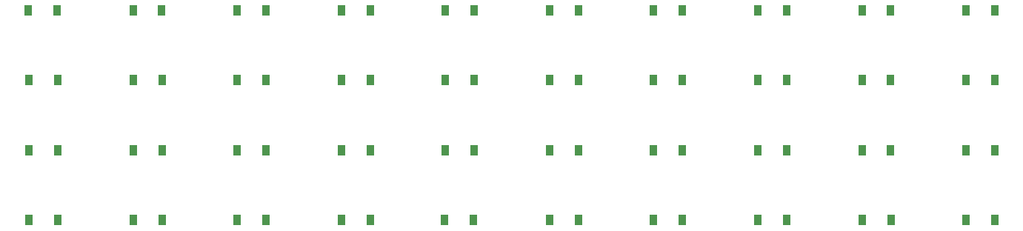
<source format=gbr>
%TF.GenerationSoftware,KiCad,Pcbnew,(6.0.4)*%
%TF.CreationDate,2022-09-18T16:29:30-05:00*%
%TF.ProjectId,Calculator_PCB,43616c63-756c-4617-946f-725f5043422e,rev?*%
%TF.SameCoordinates,Original*%
%TF.FileFunction,Paste,Bot*%
%TF.FilePolarity,Positive*%
%FSLAX46Y46*%
G04 Gerber Fmt 4.6, Leading zero omitted, Abs format (unit mm)*
G04 Created by KiCad (PCBNEW (6.0.4)) date 2022-09-18 16:29:30*
%MOMM*%
%LPD*%
G01*
G04 APERTURE LIST*
%ADD10R,0.900000X1.200000*%
G04 APERTURE END LIST*
D10*
%TO.C,D26*%
X159850000Y-124002800D03*
X163150000Y-124002800D03*
%TD*%
%TO.C,D35*%
X183643000Y-132003800D03*
X186943000Y-132003800D03*
%TD*%
%TO.C,D21*%
X147950000Y-116001800D03*
X151250000Y-116001800D03*
%TD*%
%TO.C,D31*%
X171750000Y-132003800D03*
X175050000Y-132003800D03*
%TD*%
%TO.C,D40*%
X195550000Y-140004800D03*
X198850000Y-140004800D03*
%TD*%
%TO.C,D10*%
X112243600Y-124002800D03*
X115543600Y-124002800D03*
%TD*%
%TO.C,D8*%
X100350000Y-140004800D03*
X103650000Y-140004800D03*
%TD*%
%TO.C,D20*%
X135941800Y-140004800D03*
X139241800Y-140004800D03*
%TD*%
%TO.C,D30*%
X171750000Y-124002800D03*
X175050000Y-124002800D03*
%TD*%
%TO.C,D28*%
X159843200Y-140004800D03*
X163143200Y-140004800D03*
%TD*%
%TO.C,D13*%
X124150000Y-116001800D03*
X127450000Y-116001800D03*
%TD*%
%TO.C,D3*%
X88450000Y-132003800D03*
X91750000Y-132003800D03*
%TD*%
%TO.C,D33*%
X183643000Y-116001800D03*
X186943000Y-116001800D03*
%TD*%
%TO.C,D4*%
X88443800Y-140004800D03*
X91743800Y-140004800D03*
%TD*%
%TO.C,D2*%
X88450000Y-124002800D03*
X91750000Y-124002800D03*
%TD*%
%TO.C,D25*%
X159850000Y-116001800D03*
X163150000Y-116001800D03*
%TD*%
%TO.C,D39*%
X195550000Y-132003800D03*
X198850000Y-132003800D03*
%TD*%
%TO.C,D36*%
X183650000Y-140004800D03*
X186950000Y-140004800D03*
%TD*%
%TO.C,D37*%
X195550000Y-116001800D03*
X198850000Y-116001800D03*
%TD*%
%TO.C,D19*%
X136050000Y-132003800D03*
X139350000Y-132003800D03*
%TD*%
%TO.C,D6*%
X100350000Y-124002800D03*
X103650000Y-124002800D03*
%TD*%
%TO.C,D27*%
X159850000Y-132003800D03*
X163150000Y-132003800D03*
%TD*%
%TO.C,D17*%
X136043400Y-116001800D03*
X139343400Y-116001800D03*
%TD*%
%TO.C,D15*%
X124150000Y-132003800D03*
X127450000Y-132003800D03*
%TD*%
%TO.C,D23*%
X147950000Y-132003800D03*
X151250000Y-132003800D03*
%TD*%
%TO.C,D5*%
X100331000Y-116001800D03*
X103631000Y-116001800D03*
%TD*%
%TO.C,D32*%
X171750000Y-140004800D03*
X175050000Y-140004800D03*
%TD*%
%TO.C,D11*%
X112243600Y-132003800D03*
X115543600Y-132003800D03*
%TD*%
%TO.C,D24*%
X147950000Y-140004800D03*
X151250000Y-140004800D03*
%TD*%
%TO.C,D29*%
X171750000Y-116001800D03*
X175050000Y-116001800D03*
%TD*%
%TO.C,D1*%
X88367600Y-116001800D03*
X91667600Y-116001800D03*
%TD*%
%TO.C,D14*%
X124150000Y-124002800D03*
X127450000Y-124002800D03*
%TD*%
%TO.C,D34*%
X183643000Y-124002800D03*
X186943000Y-124002800D03*
%TD*%
%TO.C,D38*%
X195550000Y-124002800D03*
X198850000Y-124002800D03*
%TD*%
%TO.C,D18*%
X136050000Y-124002800D03*
X139350000Y-124002800D03*
%TD*%
%TO.C,D22*%
X147950000Y-124002800D03*
X151250000Y-124002800D03*
%TD*%
%TO.C,D12*%
X112243600Y-140004800D03*
X115543600Y-140004800D03*
%TD*%
%TO.C,D7*%
X100350000Y-132003800D03*
X103650000Y-132003800D03*
%TD*%
%TO.C,D16*%
X124150000Y-140004800D03*
X127450000Y-140004800D03*
%TD*%
%TO.C,D9*%
X112243600Y-116001800D03*
X115543600Y-116001800D03*
%TD*%
M02*

</source>
